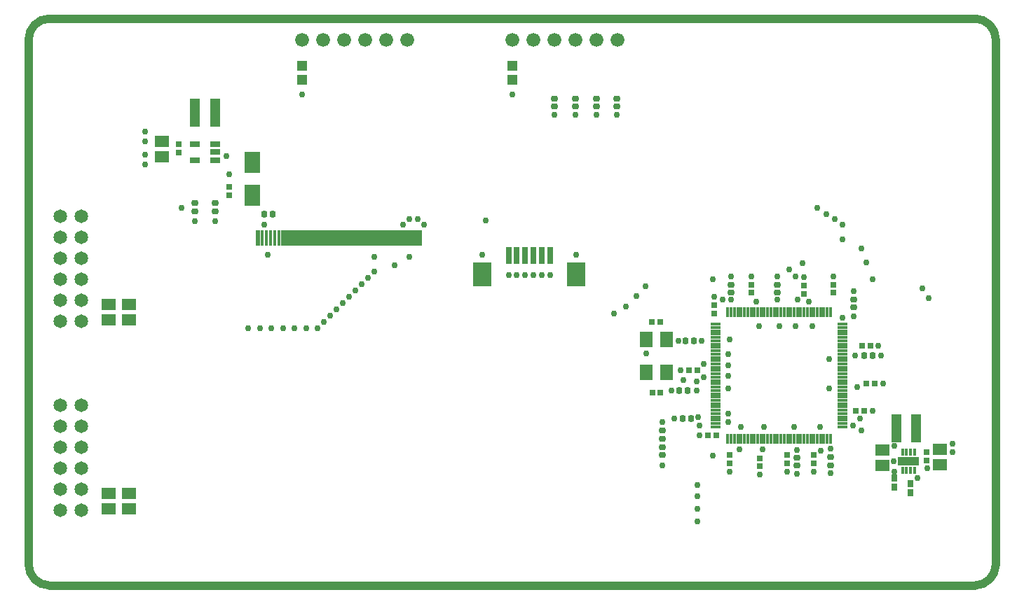
<source format=gbs>
%FSLAX24Y24*%
%MOIN*%
G70*
G01*
G75*
G04 Layer_Color=16711935*
%ADD10C,0.0060*%
%ADD11C,0.0150*%
%ADD12C,0.0394*%
%ADD13C,0.0591*%
%ADD14C,0.0600*%
%ADD15C,0.0240*%
%ADD16C,0.0400*%
%ADD17C,0.0640*%
G04:AMPARAMS|DCode=18|XSize=80mil|YSize=80mil|CornerRadius=0mil|HoleSize=0mil|Usage=FLASHONLY|Rotation=0.000|XOffset=0mil|YOffset=0mil|HoleType=Round|Shape=Relief|Width=8mil|Gap=10mil|Entries=4|*
%AMTHD18*
7,0,0,0.0800,0.0600,0.0080,45*
%
%ADD18THD18*%
%ADD19C,0.1490*%
%ADD20C,0.0340*%
G04:AMPARAMS|DCode=21|XSize=50mil|YSize=50mil|CornerRadius=0mil|HoleSize=0mil|Usage=FLASHONLY|Rotation=0.000|XOffset=0mil|YOffset=0mil|HoleType=Round|Shape=Relief|Width=8mil|Gap=10mil|Entries=4|*
%AMTHD21*
7,0,0,0.0500,0.0300,0.0080,45*
%
%ADD21THD21*%
%ADD22R,0.0551X0.0709*%
G04:AMPARAMS|DCode=23|XSize=25.6mil|YSize=23.6mil|CornerRadius=5.9mil|HoleSize=0mil|Usage=FLASHONLY|Rotation=180.000|XOffset=0mil|YOffset=0mil|HoleType=Round|Shape=RoundedRectangle|*
%AMROUNDEDRECTD23*
21,1,0.0256,0.0118,0,0,180.0*
21,1,0.0138,0.0236,0,0,180.0*
1,1,0.0118,-0.0069,0.0059*
1,1,0.0118,0.0069,0.0059*
1,1,0.0118,0.0069,-0.0059*
1,1,0.0118,-0.0069,-0.0059*
%
%ADD23ROUNDEDRECTD23*%
%ADD24R,0.0984X0.0354*%
%ADD25R,0.0098X0.0315*%
%ADD26R,0.0236X0.0748*%
%ADD27R,0.0827X0.1102*%
%ADD28R,0.0433X0.0256*%
%ADD29R,0.0433X0.0097*%
%ADD30R,0.0433X0.0097*%
%ADD31R,0.0097X0.0433*%
%ADD32R,0.0433X0.1260*%
%ADD33R,0.0138X0.0709*%
%ADD34R,0.0126X0.0709*%
%ADD35R,0.0394X0.0433*%
%ADD36R,0.0256X0.0295*%
%ADD37R,0.0669X0.0984*%
%ADD38R,0.0591X0.0512*%
%ADD39R,0.0236X0.0197*%
G04:AMPARAMS|DCode=40|XSize=25.6mil|YSize=23.6mil|CornerRadius=5.9mil|HoleSize=0mil|Usage=FLASHONLY|Rotation=270.000|XOffset=0mil|YOffset=0mil|HoleType=Round|Shape=RoundedRectangle|*
%AMROUNDEDRECTD40*
21,1,0.0256,0.0118,0,0,270.0*
21,1,0.0138,0.0236,0,0,270.0*
1,1,0.0118,-0.0059,-0.0069*
1,1,0.0118,-0.0059,0.0069*
1,1,0.0118,0.0059,0.0069*
1,1,0.0118,0.0059,-0.0069*
%
%ADD40ROUNDEDRECTD40*%
%ADD41R,0.0197X0.0236*%
%ADD42C,0.0100*%
%ADD43C,0.0120*%
%ADD44C,0.0200*%
%ADD45C,0.0140*%
%ADD46C,0.0651*%
%ADD47C,0.0030*%
%ADD48C,0.0660*%
%ADD49R,0.0611X0.0769*%
G04:AMPARAMS|DCode=50|XSize=31.6mil|YSize=29.6mil|CornerRadius=8.9mil|HoleSize=0mil|Usage=FLASHONLY|Rotation=180.000|XOffset=0mil|YOffset=0mil|HoleType=Round|Shape=RoundedRectangle|*
%AMROUNDEDRECTD50*
21,1,0.0316,0.0118,0,0,180.0*
21,1,0.0138,0.0296,0,0,180.0*
1,1,0.0178,-0.0069,0.0059*
1,1,0.0178,0.0069,0.0059*
1,1,0.0178,0.0069,-0.0059*
1,1,0.0178,-0.0069,-0.0059*
%
%ADD50ROUNDEDRECTD50*%
%ADD51R,0.1039X0.0409*%
%ADD52R,0.0154X0.0370*%
%ADD53R,0.0296X0.0808*%
%ADD54R,0.0887X0.1162*%
%ADD55R,0.0493X0.0316*%
%ADD56R,0.0473X0.0137*%
%ADD57R,0.0473X0.0137*%
%ADD58R,0.0137X0.0473*%
%ADD59R,0.0493X0.1320*%
%ADD60R,0.0185X0.0756*%
%ADD61R,0.0173X0.0756*%
%ADD62R,0.0454X0.0493*%
%ADD63R,0.0316X0.0355*%
%ADD64R,0.0729X0.1044*%
%ADD65R,0.0651X0.0572*%
%ADD66R,0.0296X0.0257*%
G04:AMPARAMS|DCode=67|XSize=31.6mil|YSize=29.6mil|CornerRadius=8.9mil|HoleSize=0mil|Usage=FLASHONLY|Rotation=270.000|XOffset=0mil|YOffset=0mil|HoleType=Round|Shape=RoundedRectangle|*
%AMROUNDEDRECTD67*
21,1,0.0316,0.0118,0,0,270.0*
21,1,0.0138,0.0296,0,0,270.0*
1,1,0.0178,-0.0059,-0.0069*
1,1,0.0178,-0.0059,0.0069*
1,1,0.0178,0.0059,0.0069*
1,1,0.0178,0.0059,-0.0069*
%
%ADD67ROUNDEDRECTD67*%
%ADD68R,0.0257X0.0296*%
%ADD69C,0.0300*%
D12*
X0Y1000D02*
G03*
X1000Y0I1000J0D01*
G01*
X1000Y27000D02*
G03*
X0Y26000I0J-1000D01*
G01*
X45000Y0D02*
G03*
X46000Y1000I0J1000D01*
G01*
X46001Y26000D02*
G03*
X45001Y27000I-1000J0D01*
G01*
X1000Y0D02*
X45000Y0D01*
X0Y1000D02*
X0Y26000D01*
X46000Y1000D02*
X46000Y26000D01*
X1000Y27000D02*
X45001Y27000D01*
D46*
X1500Y17600D02*
D03*
X1500Y16600D02*
D03*
X1500Y15600D02*
D03*
X1500Y12600D02*
D03*
X1500Y13600D02*
D03*
X1500Y14600D02*
D03*
X2500Y14600D02*
D03*
X2500Y13600D02*
D03*
X2500Y12600D02*
D03*
X2500Y15600D02*
D03*
X2500Y16600D02*
D03*
X2500Y17600D02*
D03*
X1500Y8600D02*
D03*
X1500Y7600D02*
D03*
X1500Y6600D02*
D03*
X1500Y3600D02*
D03*
X1500Y4600D02*
D03*
X1500Y5600D02*
D03*
X2500Y5600D02*
D03*
X2500Y4600D02*
D03*
X2500Y3600D02*
D03*
X2500Y6600D02*
D03*
X2500Y7600D02*
D03*
X2500Y8600D02*
D03*
D47*
X45000Y1000D02*
D03*
X920Y960D02*
D03*
X45000Y26000D02*
D03*
X1000Y26010D02*
D03*
D48*
X13000Y26000D02*
D03*
X14000Y26000D02*
D03*
X15000Y26000D02*
D03*
X16000Y26000D02*
D03*
X17000Y26000D02*
D03*
X18000Y26000D02*
D03*
X23000Y26000D02*
D03*
X24000Y26000D02*
D03*
X25000Y26000D02*
D03*
X26000Y26000D02*
D03*
X27000Y26000D02*
D03*
X28000Y26000D02*
D03*
D49*
X29385Y10142D02*
D03*
X30330Y10142D02*
D03*
X30330Y11717D02*
D03*
X29385Y11717D02*
D03*
D50*
X25000Y23200D02*
D03*
X25000Y22806D02*
D03*
X35606Y14331D02*
D03*
X35606Y13937D02*
D03*
X38141Y5732D02*
D03*
X38141Y6126D02*
D03*
X36530Y5706D02*
D03*
X36530Y6100D02*
D03*
X33401Y14331D02*
D03*
X33401Y13937D02*
D03*
X39243Y13632D02*
D03*
X39243Y13239D02*
D03*
X30130Y7387D02*
D03*
X30130Y6994D02*
D03*
X30130Y6600D02*
D03*
X30130Y6206D02*
D03*
X7920Y18210D02*
D03*
X7920Y17816D02*
D03*
X8865Y18210D02*
D03*
X8865Y17816D02*
D03*
X27990Y22806D02*
D03*
X27990Y23200D02*
D03*
X27000Y22806D02*
D03*
X27000Y23200D02*
D03*
X26000Y22806D02*
D03*
X26000Y23200D02*
D03*
D51*
X41857Y5906D02*
D03*
D52*
X42153Y6339D02*
D03*
X41956Y6339D02*
D03*
X41759Y6339D02*
D03*
X41562Y6339D02*
D03*
X41562Y5472D02*
D03*
X41759Y5472D02*
D03*
X41956Y5472D02*
D03*
X42153Y5472D02*
D03*
D53*
X22832Y15727D02*
D03*
X23226Y15727D02*
D03*
X23620Y15727D02*
D03*
X24013Y15727D02*
D03*
X24407Y15727D02*
D03*
X24801Y15727D02*
D03*
D54*
X21592Y14802D02*
D03*
X26041Y14802D02*
D03*
D55*
X8865Y21009D02*
D03*
X8865Y20635D02*
D03*
X8865Y20261D02*
D03*
X7920Y20261D02*
D03*
X7920Y21009D02*
D03*
D56*
X32688Y7559D02*
D03*
D57*
X32688Y7717D02*
D03*
X32688Y7874D02*
D03*
X32688Y8031D02*
D03*
X32688Y8189D02*
D03*
X32688Y8346D02*
D03*
X32688Y8504D02*
D03*
X32688Y8661D02*
D03*
X32688Y8819D02*
D03*
X32688Y8976D02*
D03*
X32688Y9134D02*
D03*
X32688Y9291D02*
D03*
X32688Y9449D02*
D03*
X32688Y9606D02*
D03*
X32688Y9764D02*
D03*
X32688Y9921D02*
D03*
X32688Y10079D02*
D03*
X32688Y10236D02*
D03*
X32688Y10394D02*
D03*
X32688Y10551D02*
D03*
X32688Y10709D02*
D03*
X32688Y10866D02*
D03*
X32688Y11024D02*
D03*
X32688Y11181D02*
D03*
X32688Y11339D02*
D03*
X32688Y11496D02*
D03*
X32688Y11654D02*
D03*
X32688Y11811D02*
D03*
X32688Y11968D02*
D03*
X32688Y12126D02*
D03*
X32688Y12283D02*
D03*
X32688Y12441D02*
D03*
X38712Y12441D02*
D03*
X38712Y12283D02*
D03*
X38712Y12126D02*
D03*
X38712Y11968D02*
D03*
X38712Y11811D02*
D03*
X38712Y11654D02*
D03*
X38712Y11496D02*
D03*
X38712Y11339D02*
D03*
X38712Y11181D02*
D03*
X38712Y11024D02*
D03*
X38712Y10866D02*
D03*
X38712Y10709D02*
D03*
X38712Y10551D02*
D03*
X38712Y10394D02*
D03*
X38712Y10236D02*
D03*
X38712Y10079D02*
D03*
X38712Y9921D02*
D03*
X38712Y9764D02*
D03*
X38712Y9606D02*
D03*
X38712Y9449D02*
D03*
X38712Y9291D02*
D03*
X38712Y9134D02*
D03*
X38712Y8976D02*
D03*
X38712Y8819D02*
D03*
X38712Y8661D02*
D03*
X38712Y8504D02*
D03*
X38712Y8346D02*
D03*
X38712Y8189D02*
D03*
X38712Y8031D02*
D03*
X38712Y7874D02*
D03*
X38712Y7717D02*
D03*
X38712Y7559D02*
D03*
D58*
X33259Y13012D02*
D03*
X33417Y13012D02*
D03*
X33574Y13012D02*
D03*
X33732Y13012D02*
D03*
X33889Y13012D02*
D03*
X34046Y13012D02*
D03*
X34204Y13012D02*
D03*
X34361Y13012D02*
D03*
X34519Y13012D02*
D03*
X34676Y13012D02*
D03*
X34834Y13012D02*
D03*
X34991Y13012D02*
D03*
X35149Y13012D02*
D03*
X35306Y13012D02*
D03*
X35464Y13012D02*
D03*
X35621Y13012D02*
D03*
X35779Y13012D02*
D03*
X35936Y13012D02*
D03*
X36094Y13012D02*
D03*
X36251Y13012D02*
D03*
X36409Y13012D02*
D03*
X36566Y13012D02*
D03*
X36724Y13012D02*
D03*
X36881Y13012D02*
D03*
X37039Y13012D02*
D03*
X37196Y13012D02*
D03*
X37354Y13012D02*
D03*
X37511Y13012D02*
D03*
X37668Y13012D02*
D03*
X37826Y13012D02*
D03*
X37983Y13012D02*
D03*
X38141Y13012D02*
D03*
X38141Y6988D02*
D03*
X37983Y6988D02*
D03*
X37826Y6988D02*
D03*
X37668Y6988D02*
D03*
X37511Y6988D02*
D03*
X37354Y6988D02*
D03*
X37196Y6988D02*
D03*
X37039Y6988D02*
D03*
X36881Y6988D02*
D03*
X36724Y6988D02*
D03*
X36566Y6988D02*
D03*
X36409Y6988D02*
D03*
X36251Y6988D02*
D03*
X36094Y6988D02*
D03*
X35936Y6988D02*
D03*
X35779Y6988D02*
D03*
X35621Y6988D02*
D03*
X35464Y6988D02*
D03*
X35306Y6988D02*
D03*
X35149Y6988D02*
D03*
X34991Y6988D02*
D03*
X34834Y6988D02*
D03*
X34676Y6988D02*
D03*
X34519Y6988D02*
D03*
X34361Y6988D02*
D03*
X34204Y6988D02*
D03*
X34046Y6988D02*
D03*
X33889Y6988D02*
D03*
X33732Y6988D02*
D03*
X33574Y6988D02*
D03*
X33417Y6988D02*
D03*
X33259Y6988D02*
D03*
D59*
X8865Y22525D02*
D03*
X7920Y22525D02*
D03*
X41273Y7480D02*
D03*
X42218Y7480D02*
D03*
D60*
X18602Y16535D02*
D03*
X18406Y16535D02*
D03*
X18209Y16535D02*
D03*
X18012Y16535D02*
D03*
X17815Y16535D02*
D03*
X17618Y16535D02*
D03*
X17421Y16535D02*
D03*
X17224Y16535D02*
D03*
X17028Y16535D02*
D03*
X16831Y16535D02*
D03*
X16634Y16535D02*
D03*
X16437Y16535D02*
D03*
X16240Y16535D02*
D03*
X16043Y16535D02*
D03*
X15846Y16535D02*
D03*
X15650Y16535D02*
D03*
X15453Y16535D02*
D03*
X15256Y16535D02*
D03*
X15059Y16535D02*
D03*
X14862Y16535D02*
D03*
X14665Y16535D02*
D03*
X14468Y16535D02*
D03*
X14272Y16535D02*
D03*
X14075Y16535D02*
D03*
X13878Y16535D02*
D03*
X13681Y16535D02*
D03*
X13484Y16535D02*
D03*
X13287Y16535D02*
D03*
X13091Y16535D02*
D03*
X12894Y16535D02*
D03*
X12697Y16535D02*
D03*
X12500Y16535D02*
D03*
X12303Y16535D02*
D03*
X12106Y16535D02*
D03*
X10925Y16535D02*
D03*
D61*
X11909Y16535D02*
D03*
X11713Y16535D02*
D03*
X11516Y16535D02*
D03*
X11319Y16535D02*
D03*
X11122Y16535D02*
D03*
D62*
X13000Y24081D02*
D03*
X13000Y24750D02*
D03*
X23000Y24081D02*
D03*
X23000Y24750D02*
D03*
D63*
X41956Y4410D02*
D03*
X41956Y4843D02*
D03*
X41185Y5102D02*
D03*
X41185Y4669D02*
D03*
D64*
X10629Y20165D02*
D03*
X10629Y18590D02*
D03*
D65*
X6346Y20419D02*
D03*
X6346Y21167D02*
D03*
X3819Y13398D02*
D03*
X3819Y12650D02*
D03*
X4764Y13398D02*
D03*
X4764Y12650D02*
D03*
X3819Y4390D02*
D03*
X3819Y3642D02*
D03*
X4764Y4390D02*
D03*
X4764Y3642D02*
D03*
X43355Y5752D02*
D03*
X43355Y6500D02*
D03*
X40605Y5711D02*
D03*
X40605Y6459D02*
D03*
D66*
X9558Y18590D02*
D03*
X9558Y18984D02*
D03*
X32613Y12961D02*
D03*
X32613Y13354D02*
D03*
X34361Y13937D02*
D03*
X34361Y14331D02*
D03*
X36881Y13898D02*
D03*
X36881Y14291D02*
D03*
X33354Y6220D02*
D03*
X33354Y5827D02*
D03*
X34787Y6063D02*
D03*
X34787Y5669D02*
D03*
X36078Y6220D02*
D03*
X36078Y5827D02*
D03*
X37354Y6220D02*
D03*
X37354Y5827D02*
D03*
X38283Y13937D02*
D03*
X38283Y14331D02*
D03*
X42725Y6336D02*
D03*
X42725Y5942D02*
D03*
X7133Y21021D02*
D03*
X7133Y20627D02*
D03*
D67*
X31256Y11654D02*
D03*
X31650Y11654D02*
D03*
X11201Y17679D02*
D03*
X11594Y17679D02*
D03*
X31106Y7953D02*
D03*
X31500Y7953D02*
D03*
X30956Y9300D02*
D03*
X31350Y9300D02*
D03*
X40144Y10945D02*
D03*
X39750Y10945D02*
D03*
D68*
X29661Y9197D02*
D03*
X30054Y9197D02*
D03*
X30047Y12550D02*
D03*
X29653Y12550D02*
D03*
X39637Y11417D02*
D03*
X40031Y11417D02*
D03*
X32708Y7165D02*
D03*
X32314Y7165D02*
D03*
X39850Y9620D02*
D03*
X40244Y9620D02*
D03*
X39354Y8315D02*
D03*
X39747Y8315D02*
D03*
X31794Y10236D02*
D03*
X31401Y10236D02*
D03*
D69*
X42046Y5909D02*
D03*
X41684Y5906D02*
D03*
X31918Y7612D02*
D03*
X18814Y17200D02*
D03*
X23000Y23400D02*
D03*
X13000Y23400D02*
D03*
X27990Y22425D02*
D03*
X27000Y22425D02*
D03*
X26000Y22425D02*
D03*
X25000Y22425D02*
D03*
X18514Y17450D02*
D03*
X18100Y17450D02*
D03*
X17800Y17200D02*
D03*
X22832Y14780D02*
D03*
X23226Y14780D02*
D03*
X23620Y14780D02*
D03*
X24013Y14780D02*
D03*
X24801Y14780D02*
D03*
X24407Y14780D02*
D03*
X21592Y15749D02*
D03*
X26041Y15749D02*
D03*
X37668Y6402D02*
D03*
X37653Y7543D02*
D03*
X38062Y10787D02*
D03*
X39196Y7606D02*
D03*
X39610Y7387D02*
D03*
X39540Y7953D02*
D03*
X39400Y9450D02*
D03*
X38062Y9370D02*
D03*
X38712Y12752D02*
D03*
X36487Y12362D02*
D03*
X33275Y7795D02*
D03*
X33275Y9370D02*
D03*
X33275Y10000D02*
D03*
X31007Y10236D02*
D03*
X33275Y10472D02*
D03*
X32102Y10551D02*
D03*
X36566Y13622D02*
D03*
X33275Y11024D02*
D03*
X33338Y11732D02*
D03*
X34598Y13528D02*
D03*
X34755Y12362D02*
D03*
X35700Y12362D02*
D03*
X37117Y13528D02*
D03*
X37275Y12362D02*
D03*
X33417Y13622D02*
D03*
X33401Y14724D02*
D03*
X30563Y9300D02*
D03*
X30713Y7953D02*
D03*
X31920Y7165D02*
D03*
X33354Y5433D02*
D03*
X34787Y5276D02*
D03*
X36078Y5433D02*
D03*
X36530Y5313D02*
D03*
X37354Y5433D02*
D03*
X38141Y5339D02*
D03*
X40141Y8315D02*
D03*
X40637Y9620D02*
D03*
X40537Y10945D02*
D03*
X40424Y11417D02*
D03*
X39243Y14026D02*
D03*
X38283Y14724D02*
D03*
X36881Y14685D02*
D03*
X35606Y14724D02*
D03*
X34361Y14724D02*
D03*
X35621Y13622D02*
D03*
X41145Y5906D02*
D03*
X41185Y5406D02*
D03*
X41165Y6656D02*
D03*
X42275Y5126D02*
D03*
X42755Y5576D02*
D03*
X43955Y6346D02*
D03*
X43955Y6746D02*
D03*
X33810Y6472D02*
D03*
X34913Y6472D02*
D03*
X11201Y17191D02*
D03*
X5558Y21612D02*
D03*
X5558Y21139D02*
D03*
X5558Y20037D02*
D03*
X5558Y20509D02*
D03*
X8865Y17360D02*
D03*
X7920Y17360D02*
D03*
X31133Y9780D02*
D03*
X29385Y11055D02*
D03*
X36172Y15039D02*
D03*
X31800Y3650D02*
D03*
X30130Y5734D02*
D03*
X30130Y7781D02*
D03*
X36487Y14724D02*
D03*
X7291Y17990D02*
D03*
X18104Y15662D02*
D03*
X16437Y15649D02*
D03*
X36393Y7543D02*
D03*
X32550Y6200D02*
D03*
X31800Y4800D02*
D03*
X31800Y4250D02*
D03*
X31800Y3050D02*
D03*
X9558Y19580D02*
D03*
X9407Y20440D02*
D03*
X36800Y15350D02*
D03*
X32550Y14600D02*
D03*
X42800Y13700D02*
D03*
X27850Y12950D02*
D03*
X40150Y14598D02*
D03*
X38700Y16490D02*
D03*
X39850Y15400D02*
D03*
X39600Y16050D02*
D03*
X38700Y17200D02*
D03*
X38350Y17450D02*
D03*
X37950Y17700D02*
D03*
X37511Y18000D02*
D03*
X28400Y13300D02*
D03*
X28900Y13800D02*
D03*
X29350Y14250D02*
D03*
X21750Y17400D02*
D03*
X17421Y15251D02*
D03*
X42500Y14150D02*
D03*
X16450Y14950D02*
D03*
X16150Y14650D02*
D03*
X15850Y14350D02*
D03*
X14950Y13450D02*
D03*
X15250Y13750D02*
D03*
X15550Y14050D02*
D03*
X13750Y12250D02*
D03*
X14050Y12550D02*
D03*
X14350Y12850D02*
D03*
X14650Y13150D02*
D03*
X11370Y15750D02*
D03*
X10450Y12250D02*
D03*
X11000Y12250D02*
D03*
X11550Y12250D02*
D03*
X12100Y12250D02*
D03*
X12650Y12250D02*
D03*
X13200Y12250D02*
D03*
X33275Y8189D02*
D03*
X34976Y7543D02*
D03*
X33873Y7543D02*
D03*
X38141Y6510D02*
D03*
X31840Y8031D02*
D03*
X31770Y9291D02*
D03*
X31760Y9710D02*
D03*
X32102Y9921D02*
D03*
X39322Y10945D02*
D03*
X36529Y6462D02*
D03*
X39243Y12803D02*
D03*
X32613Y13748D02*
D03*
X33000Y13610D02*
D03*
X31999Y11650D02*
D03*
X30910Y11654D02*
D03*
M02*

</source>
